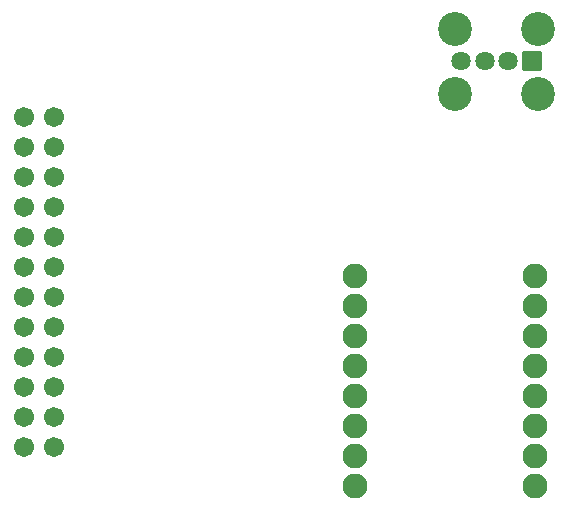
<source format=gbr>
%TF.GenerationSoftware,KiCad,Pcbnew,8.0.9-4-gd7388e2a70*%
%TF.CreationDate,2025-04-15T12:07:27-05:00*%
%TF.ProjectId,test_board,74657374-5f62-46f6-9172-642e6b696361,rev?*%
%TF.SameCoordinates,Original*%
%TF.FileFunction,Soldermask,Bot*%
%TF.FilePolarity,Negative*%
%FSLAX46Y46*%
G04 Gerber Fmt 4.6, Leading zero omitted, Abs format (unit mm)*
G04 Created by KiCad (PCBNEW 8.0.9-4-gd7388e2a70) date 2025-04-15 12:07:27*
%MOMM*%
%LPD*%
G01*
G04 APERTURE LIST*
G04 Aperture macros list*
%AMRoundRect*
0 Rectangle with rounded corners*
0 $1 Rounding radius*
0 $2 $3 $4 $5 $6 $7 $8 $9 X,Y pos of 4 corners*
0 Add a 4 corners polygon primitive as box body*
4,1,4,$2,$3,$4,$5,$6,$7,$8,$9,$2,$3,0*
0 Add four circle primitives for the rounded corners*
1,1,$1+$1,$2,$3*
1,1,$1+$1,$4,$5*
1,1,$1+$1,$6,$7*
1,1,$1+$1,$8,$9*
0 Add four rect primitives between the rounded corners*
20,1,$1+$1,$2,$3,$4,$5,0*
20,1,$1+$1,$4,$5,$6,$7,0*
20,1,$1+$1,$6,$7,$8,$9,0*
20,1,$1+$1,$8,$9,$2,$3,0*%
G04 Aperture macros list end*
%ADD10RoundRect,0.102000X0.714000X0.714000X-0.714000X0.714000X-0.714000X-0.714000X0.714000X-0.714000X0*%
%ADD11C,1.632000*%
%ADD12C,2.874000*%
%ADD13C,1.701800*%
%ADD14C,2.109000*%
G04 APERTURE END LIST*
D10*
%TO.C,J2*%
X162912854Y-49067650D03*
D11*
X160912854Y-49067650D03*
X158912854Y-49067650D03*
X156912854Y-49067650D03*
D12*
X163412854Y-51787650D03*
X156412854Y-51787650D03*
X163412854Y-46347650D03*
X156412854Y-46347650D03*
%TD*%
D13*
%TO.C,J1*%
X122408099Y-53736600D03*
X119868099Y-53736600D03*
X122408099Y-56276600D03*
X119868099Y-56276600D03*
X122408099Y-58816600D03*
X119868099Y-58816600D03*
X122408099Y-61356600D03*
X119868099Y-61356600D03*
X122408099Y-63896600D03*
X119868099Y-63896600D03*
X122408099Y-66436600D03*
X119868099Y-66436600D03*
X122408099Y-68976600D03*
X119868099Y-68976600D03*
X122408099Y-71516600D03*
X119868099Y-71516600D03*
X122408099Y-74056600D03*
X119868099Y-74056600D03*
X122408099Y-76596600D03*
X119868099Y-76596600D03*
X122408099Y-79136600D03*
X119868099Y-79136600D03*
X122408099Y-81676600D03*
X119868099Y-81676600D03*
%TD*%
D14*
%TO.C,U5*%
X163130000Y-67270000D03*
X163130000Y-69810000D03*
X163130000Y-72350000D03*
X163130000Y-74890000D03*
X163130000Y-79970000D03*
X163130000Y-77430000D03*
X147890000Y-85050000D03*
X163130000Y-85050000D03*
X147890000Y-82510000D03*
X147890000Y-79970000D03*
X147890000Y-77430000D03*
X147890000Y-74890000D03*
X147890000Y-72350000D03*
X147890000Y-69810000D03*
X147890000Y-67270000D03*
X163130000Y-82510000D03*
%TD*%
M02*

</source>
